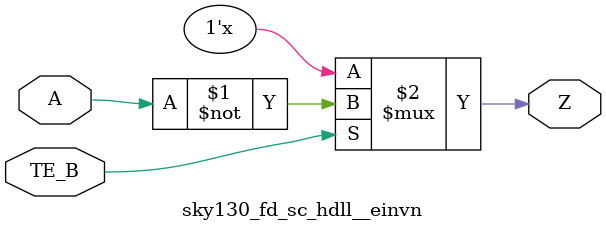
<source format=v>



module sky130_fd_sc_hdll__einvn (
    Z   ,
    A   ,
    TE_B
);

    output Z   ;
    input  A   ;
    input  TE_B;

    notif0 notif00 (Z     , A, TE_B        );

endmodule

</source>
